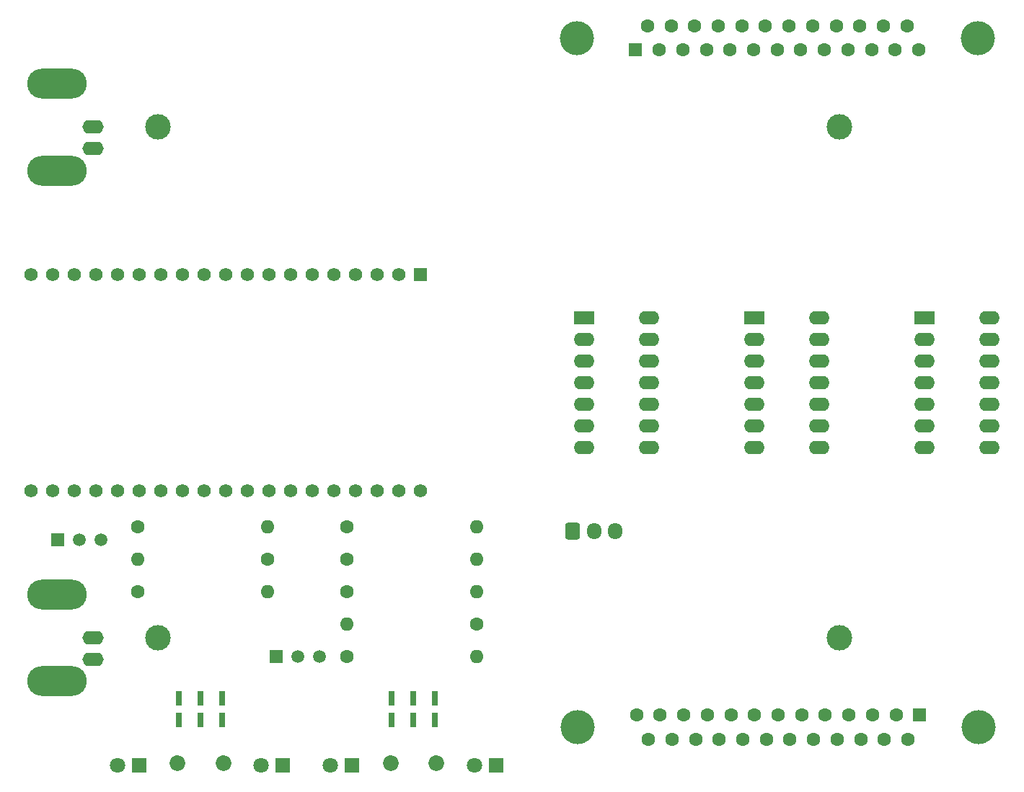
<source format=gbr>
%TF.GenerationSoftware,KiCad,Pcbnew,(6.0.4)*%
%TF.CreationDate,2023-06-02T21:55:00+02:00*%
%TF.ProjectId,LED-Zappelin-V2-Chrolis,4c45442d-5a61-4707-9065-6c696e2d5632,rev?*%
%TF.SameCoordinates,Original*%
%TF.FileFunction,Soldermask,Bot*%
%TF.FilePolarity,Negative*%
%FSLAX46Y46*%
G04 Gerber Fmt 4.6, Leading zero omitted, Abs format (unit mm)*
G04 Created by KiCad (PCBNEW (6.0.4)) date 2023-06-02 21:55:00*
%MOMM*%
%LPD*%
G01*
G04 APERTURE LIST*
G04 Aperture macros list*
%AMRoundRect*
0 Rectangle with rounded corners*
0 $1 Rounding radius*
0 $2 $3 $4 $5 $6 $7 $8 $9 X,Y pos of 4 corners*
0 Add a 4 corners polygon primitive as box body*
4,1,4,$2,$3,$4,$5,$6,$7,$8,$9,$2,$3,0*
0 Add four circle primitives for the rounded corners*
1,1,$1+$1,$2,$3*
1,1,$1+$1,$4,$5*
1,1,$1+$1,$6,$7*
1,1,$1+$1,$8,$9*
0 Add four rect primitives between the rounded corners*
20,1,$1+$1,$2,$3,$4,$5,0*
20,1,$1+$1,$4,$5,$6,$7,0*
20,1,$1+$1,$6,$7,$8,$9,0*
20,1,$1+$1,$8,$9,$2,$3,0*%
G04 Aperture macros list end*
%ADD10R,1.560000X1.560000*%
%ADD11C,1.560000*%
%ADD12R,1.800000X1.800000*%
%ADD13C,1.800000*%
%ADD14RoundRect,0.250000X-0.600000X-0.725000X0.600000X-0.725000X0.600000X0.725000X-0.600000X0.725000X0*%
%ADD15O,1.700000X1.950000*%
%ADD16C,3.000000*%
%ADD17R,0.750000X1.750000*%
%ADD18C,1.850000*%
%ADD19C,1.600000*%
%ADD20O,1.600000X1.600000*%
%ADD21C,4.000000*%
%ADD22R,1.600000X1.600000*%
%ADD23O,2.499360X1.600200*%
%ADD24O,7.000240X3.500120*%
%ADD25R,2.400000X1.600000*%
%ADD26O,2.400000X1.600000*%
%ADD27R,1.500000X1.500000*%
%ADD28C,1.500000*%
G04 APERTURE END LIST*
D10*
%TO.C,U1*%
X100760000Y-72150000D03*
D11*
X98220000Y-72150000D03*
X95680000Y-72150000D03*
X93140000Y-72150000D03*
X90600000Y-72150000D03*
X88060000Y-72150000D03*
X85520000Y-72150000D03*
X82980000Y-72150000D03*
X80440000Y-72150000D03*
X77900000Y-72150000D03*
X75360000Y-72150000D03*
X72820000Y-72150000D03*
X70280000Y-72150000D03*
X67740000Y-72150000D03*
X65200000Y-72150000D03*
X62660000Y-72150000D03*
X60120000Y-72150000D03*
X57580000Y-72150000D03*
X55040000Y-72150000D03*
X100760000Y-97550000D03*
X98220000Y-97550000D03*
X95680000Y-97550000D03*
X93140000Y-97550000D03*
X90600000Y-97550000D03*
X88060000Y-97550000D03*
X85520000Y-97550000D03*
X82980000Y-97550000D03*
X80440000Y-97550000D03*
X77900000Y-97550000D03*
X75360000Y-97550000D03*
X72820000Y-97550000D03*
X70280000Y-97550000D03*
X67740000Y-97550000D03*
X65200000Y-97550000D03*
X62660000Y-97550000D03*
X60120000Y-97550000D03*
X57580000Y-97550000D03*
X55040000Y-97550000D03*
%TD*%
D12*
%TO.C,D3*%
X109625000Y-129850000D03*
D13*
X107085000Y-129850000D03*
%TD*%
D14*
%TO.C,J5*%
X118650000Y-102350000D03*
D15*
X121150000Y-102350000D03*
X123650000Y-102350000D03*
%TD*%
D16*
%TO.C,H2*%
X149950000Y-54850000D03*
%TD*%
%TO.C,H1*%
X69950000Y-54850000D03*
%TD*%
D17*
%TO.C,SW1*%
X72410000Y-121930000D03*
X74950000Y-121930000D03*
X77490000Y-121930000D03*
X72410000Y-124470000D03*
X74950000Y-124470000D03*
X77490000Y-124470000D03*
D18*
X72250000Y-129550000D03*
X77650000Y-129550000D03*
%TD*%
D19*
%TO.C,R4*%
X82770000Y-105650000D03*
D20*
X67530000Y-105650000D03*
%TD*%
D17*
%TO.C,SW2*%
X97410000Y-121930000D03*
X99950000Y-121930000D03*
X102490000Y-121930000D03*
X97410000Y-124470000D03*
X99950000Y-124470000D03*
X102490000Y-124470000D03*
D18*
X97250000Y-129550000D03*
X102650000Y-129550000D03*
%TD*%
D12*
%TO.C,D1*%
X67750000Y-129850000D03*
D13*
X65210000Y-129850000D03*
%TD*%
D19*
%TO.C,R3*%
X67530000Y-109450000D03*
D20*
X82770000Y-109450000D03*
%TD*%
D16*
%TO.C,H4*%
X149950000Y-114850000D03*
%TD*%
D21*
%TO.C,J3*%
X119095000Y-44370000D03*
X166195000Y-44370000D03*
D22*
X126025000Y-45790000D03*
D19*
X128795000Y-45790000D03*
X131565000Y-45790000D03*
X134335000Y-45790000D03*
X137105000Y-45790000D03*
X139875000Y-45790000D03*
X142645000Y-45790000D03*
X145415000Y-45790000D03*
X148185000Y-45790000D03*
X150955000Y-45790000D03*
X153725000Y-45790000D03*
X156495000Y-45790000D03*
X159265000Y-45790000D03*
X127410000Y-42950000D03*
X130180000Y-42950000D03*
X132950000Y-42950000D03*
X135720000Y-42950000D03*
X138490000Y-42950000D03*
X141260000Y-42950000D03*
X144030000Y-42950000D03*
X146800000Y-42950000D03*
X149570000Y-42950000D03*
X152340000Y-42950000D03*
X155110000Y-42950000D03*
X157880000Y-42950000D03*
%TD*%
D23*
%TO.C,J1*%
X62351260Y-54850000D03*
X62351260Y-57349360D03*
D24*
X58086600Y-59947780D03*
X58086600Y-49749680D03*
%TD*%
D25*
%TO.C,U2*%
X119950000Y-77230000D03*
D26*
X119950000Y-79770000D03*
X119950000Y-82310000D03*
X119950000Y-84850000D03*
X119950000Y-87390000D03*
X119950000Y-89930000D03*
X119950000Y-92470000D03*
X127570000Y-92470000D03*
X127570000Y-89930000D03*
X127570000Y-87390000D03*
X127570000Y-84850000D03*
X127570000Y-82310000D03*
X127570000Y-79770000D03*
X127570000Y-77230000D03*
%TD*%
D25*
%TO.C,U4*%
X159950000Y-77230000D03*
D26*
X159950000Y-79770000D03*
X159950000Y-82310000D03*
X159950000Y-84850000D03*
X159950000Y-87390000D03*
X159950000Y-89930000D03*
X159950000Y-92470000D03*
X167570000Y-92470000D03*
X167570000Y-89930000D03*
X167570000Y-87390000D03*
X167570000Y-84850000D03*
X167570000Y-82310000D03*
X167570000Y-79770000D03*
X167570000Y-77230000D03*
%TD*%
D16*
%TO.C,H3*%
X69950000Y-114850000D03*
%TD*%
D19*
%TO.C,R8*%
X92130000Y-117050000D03*
D20*
X107370000Y-117050000D03*
%TD*%
D25*
%TO.C,U3*%
X139950000Y-77230000D03*
D26*
X139950000Y-79770000D03*
X139950000Y-82310000D03*
X139950000Y-84850000D03*
X139950000Y-87390000D03*
X139950000Y-89930000D03*
X139950000Y-92470000D03*
X147570000Y-92470000D03*
X147570000Y-89930000D03*
X147570000Y-87390000D03*
X147570000Y-84850000D03*
X147570000Y-82310000D03*
X147570000Y-79770000D03*
X147570000Y-77230000D03*
%TD*%
D21*
%TO.C,J4*%
X166305000Y-125330000D03*
X119205000Y-125330000D03*
D22*
X159375000Y-123910000D03*
D19*
X156605000Y-123910000D03*
X153835000Y-123910000D03*
X151065000Y-123910000D03*
X148295000Y-123910000D03*
X145525000Y-123910000D03*
X142755000Y-123910000D03*
X139985000Y-123910000D03*
X137215000Y-123910000D03*
X134445000Y-123910000D03*
X131675000Y-123910000D03*
X128905000Y-123910000D03*
X126135000Y-123910000D03*
X157990000Y-126750000D03*
X155220000Y-126750000D03*
X152450000Y-126750000D03*
X149680000Y-126750000D03*
X146910000Y-126750000D03*
X144140000Y-126750000D03*
X141370000Y-126750000D03*
X138600000Y-126750000D03*
X135830000Y-126750000D03*
X133060000Y-126750000D03*
X130290000Y-126750000D03*
X127520000Y-126750000D03*
%TD*%
%TO.C,R7*%
X107350000Y-113250000D03*
D20*
X92110000Y-113250000D03*
%TD*%
D19*
%TO.C,R5*%
X67550000Y-101850000D03*
D20*
X82790000Y-101850000D03*
%TD*%
D27*
%TO.C,Q2*%
X83800000Y-117050000D03*
D28*
X86340000Y-117050000D03*
X88880000Y-117050000D03*
%TD*%
D19*
%TO.C,R6*%
X92130000Y-101850000D03*
D20*
X107370000Y-101850000D03*
%TD*%
D19*
%TO.C,R1*%
X92130000Y-105650000D03*
D20*
X107370000Y-105650000D03*
%TD*%
D23*
%TO.C,J2*%
X62351260Y-114850000D03*
D24*
X58086600Y-109749680D03*
X58086600Y-119947780D03*
D23*
X62351260Y-117349360D03*
%TD*%
D12*
%TO.C,D2*%
X84625000Y-129850000D03*
D13*
X82085000Y-129850000D03*
%TD*%
D27*
%TO.C,Q1*%
X58200000Y-103300000D03*
D28*
X60740000Y-103300000D03*
X63280000Y-103300000D03*
%TD*%
D19*
%TO.C,R2*%
X92130000Y-109450000D03*
D20*
X107370000Y-109450000D03*
%TD*%
D12*
%TO.C,D4*%
X92750000Y-129850000D03*
D13*
X90210000Y-129850000D03*
%TD*%
M02*

</source>
